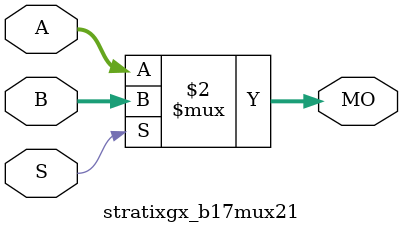
<source format=v>
module stratixgx_b17mux21 (MO, A, B, S);
   input [16:0] A, B;
   input 	S;
   output [16:0] MO; 
   assign MO = (S == 1) ? B : A; 
endmodule
</source>
